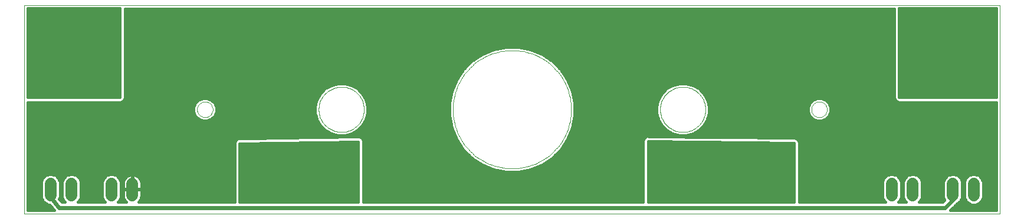
<source format=gbl>
G75*
G70*
%OFA0B0*%
%FSLAX24Y24*%
%IPPOS*%
%LPD*%
%AMOC8*
5,1,8,0,0,1.08239X$1,22.5*
%
%ADD10C,0.0000*%
%ADD11C,0.0660*%
%ADD12C,0.0160*%
%ADD13C,0.0317*%
%ADD14C,0.0100*%
%ADD15C,0.0356*%
%ADD16C,0.0240*%
D10*
X000377Y000280D02*
X055495Y000280D01*
X055495Y012091D01*
X000377Y012091D01*
X000377Y000280D01*
X010135Y006186D02*
X010137Y006227D01*
X010143Y006269D01*
X010152Y006309D01*
X010166Y006348D01*
X010183Y006386D01*
X010203Y006422D01*
X010227Y006456D01*
X010254Y006488D01*
X010284Y006517D01*
X010316Y006543D01*
X010351Y006566D01*
X010387Y006586D01*
X010425Y006602D01*
X010465Y006614D01*
X010506Y006623D01*
X010547Y006628D01*
X010588Y006629D01*
X010630Y006626D01*
X010671Y006619D01*
X010711Y006609D01*
X010750Y006594D01*
X010787Y006576D01*
X010823Y006555D01*
X010857Y006530D01*
X010888Y006503D01*
X010916Y006473D01*
X010941Y006440D01*
X010963Y006404D01*
X010982Y006367D01*
X010997Y006329D01*
X011009Y006289D01*
X011017Y006248D01*
X011021Y006207D01*
X011021Y006165D01*
X011017Y006124D01*
X011009Y006083D01*
X010997Y006043D01*
X010982Y006005D01*
X010963Y005968D01*
X010941Y005932D01*
X010916Y005899D01*
X010888Y005869D01*
X010857Y005842D01*
X010823Y005817D01*
X010787Y005796D01*
X010750Y005778D01*
X010711Y005763D01*
X010671Y005753D01*
X010630Y005746D01*
X010588Y005743D01*
X010547Y005744D01*
X010506Y005749D01*
X010465Y005758D01*
X010425Y005770D01*
X010387Y005786D01*
X010351Y005806D01*
X010316Y005829D01*
X010284Y005855D01*
X010254Y005884D01*
X010227Y005916D01*
X010203Y005950D01*
X010183Y005986D01*
X010166Y006024D01*
X010152Y006063D01*
X010143Y006103D01*
X010137Y006145D01*
X010135Y006186D01*
X017010Y006186D02*
X017012Y006257D01*
X017018Y006328D01*
X017028Y006399D01*
X017042Y006468D01*
X017059Y006537D01*
X017081Y006605D01*
X017106Y006672D01*
X017135Y006737D01*
X017167Y006800D01*
X017203Y006862D01*
X017242Y006921D01*
X017285Y006978D01*
X017330Y007033D01*
X017379Y007085D01*
X017430Y007134D01*
X017484Y007180D01*
X017541Y007224D01*
X017599Y007264D01*
X017660Y007300D01*
X017723Y007334D01*
X017788Y007363D01*
X017854Y007389D01*
X017922Y007412D01*
X017990Y007430D01*
X018060Y007445D01*
X018130Y007456D01*
X018201Y007463D01*
X018272Y007466D01*
X018343Y007465D01*
X018414Y007460D01*
X018485Y007451D01*
X018555Y007438D01*
X018624Y007422D01*
X018692Y007401D01*
X018759Y007377D01*
X018825Y007349D01*
X018888Y007317D01*
X018950Y007282D01*
X019010Y007244D01*
X019068Y007202D01*
X019123Y007158D01*
X019176Y007110D01*
X019226Y007059D01*
X019273Y007006D01*
X019317Y006950D01*
X019358Y006892D01*
X019396Y006831D01*
X019430Y006769D01*
X019460Y006704D01*
X019487Y006639D01*
X019511Y006571D01*
X019530Y006503D01*
X019546Y006434D01*
X019558Y006363D01*
X019566Y006293D01*
X019570Y006222D01*
X019570Y006150D01*
X019566Y006079D01*
X019558Y006009D01*
X019546Y005938D01*
X019530Y005869D01*
X019511Y005801D01*
X019487Y005733D01*
X019460Y005668D01*
X019430Y005603D01*
X019396Y005541D01*
X019358Y005480D01*
X019317Y005422D01*
X019273Y005366D01*
X019226Y005313D01*
X019176Y005262D01*
X019123Y005214D01*
X019068Y005170D01*
X019010Y005128D01*
X018950Y005090D01*
X018888Y005055D01*
X018825Y005023D01*
X018759Y004995D01*
X018692Y004971D01*
X018624Y004950D01*
X018555Y004934D01*
X018485Y004921D01*
X018414Y004912D01*
X018343Y004907D01*
X018272Y004906D01*
X018201Y004909D01*
X018130Y004916D01*
X018060Y004927D01*
X017990Y004942D01*
X017922Y004960D01*
X017854Y004983D01*
X017788Y005009D01*
X017723Y005038D01*
X017660Y005072D01*
X017599Y005108D01*
X017541Y005148D01*
X017484Y005192D01*
X017430Y005238D01*
X017379Y005287D01*
X017330Y005339D01*
X017285Y005394D01*
X017242Y005451D01*
X017203Y005510D01*
X017167Y005572D01*
X017135Y005635D01*
X017106Y005700D01*
X017081Y005767D01*
X017059Y005835D01*
X017042Y005904D01*
X017028Y005973D01*
X017018Y006044D01*
X017012Y006115D01*
X017010Y006186D01*
X024590Y006186D02*
X024594Y006350D01*
X024606Y006514D01*
X024626Y006677D01*
X024654Y006839D01*
X024690Y006999D01*
X024734Y007157D01*
X024786Y007313D01*
X024845Y007466D01*
X024911Y007617D01*
X024985Y007763D01*
X025066Y007906D01*
X025154Y008045D01*
X025248Y008179D01*
X025350Y008309D01*
X025457Y008433D01*
X025570Y008552D01*
X025689Y008665D01*
X025813Y008772D01*
X025943Y008874D01*
X026077Y008968D01*
X026216Y009056D01*
X026359Y009137D01*
X026505Y009211D01*
X026656Y009277D01*
X026809Y009336D01*
X026965Y009388D01*
X027123Y009432D01*
X027283Y009468D01*
X027445Y009496D01*
X027608Y009516D01*
X027772Y009528D01*
X027936Y009532D01*
X028100Y009528D01*
X028264Y009516D01*
X028427Y009496D01*
X028589Y009468D01*
X028749Y009432D01*
X028907Y009388D01*
X029063Y009336D01*
X029216Y009277D01*
X029367Y009211D01*
X029513Y009137D01*
X029656Y009056D01*
X029795Y008968D01*
X029929Y008874D01*
X030059Y008772D01*
X030183Y008665D01*
X030302Y008552D01*
X030415Y008433D01*
X030522Y008309D01*
X030624Y008179D01*
X030718Y008045D01*
X030806Y007906D01*
X030887Y007763D01*
X030961Y007617D01*
X031027Y007466D01*
X031086Y007313D01*
X031138Y007157D01*
X031182Y006999D01*
X031218Y006839D01*
X031246Y006677D01*
X031266Y006514D01*
X031278Y006350D01*
X031282Y006186D01*
X031278Y006022D01*
X031266Y005858D01*
X031246Y005695D01*
X031218Y005533D01*
X031182Y005373D01*
X031138Y005215D01*
X031086Y005059D01*
X031027Y004906D01*
X030961Y004755D01*
X030887Y004609D01*
X030806Y004466D01*
X030718Y004327D01*
X030624Y004193D01*
X030522Y004063D01*
X030415Y003939D01*
X030302Y003820D01*
X030183Y003707D01*
X030059Y003600D01*
X029929Y003498D01*
X029795Y003404D01*
X029656Y003316D01*
X029513Y003235D01*
X029367Y003161D01*
X029216Y003095D01*
X029063Y003036D01*
X028907Y002984D01*
X028749Y002940D01*
X028589Y002904D01*
X028427Y002876D01*
X028264Y002856D01*
X028100Y002844D01*
X027936Y002840D01*
X027772Y002844D01*
X027608Y002856D01*
X027445Y002876D01*
X027283Y002904D01*
X027123Y002940D01*
X026965Y002984D01*
X026809Y003036D01*
X026656Y003095D01*
X026505Y003161D01*
X026359Y003235D01*
X026216Y003316D01*
X026077Y003404D01*
X025943Y003498D01*
X025813Y003600D01*
X025689Y003707D01*
X025570Y003820D01*
X025457Y003939D01*
X025350Y004063D01*
X025248Y004193D01*
X025154Y004327D01*
X025066Y004466D01*
X024985Y004609D01*
X024911Y004755D01*
X024845Y004906D01*
X024786Y005059D01*
X024734Y005215D01*
X024690Y005373D01*
X024654Y005533D01*
X024626Y005695D01*
X024606Y005858D01*
X024594Y006022D01*
X024590Y006186D01*
X036302Y006186D02*
X036304Y006257D01*
X036310Y006328D01*
X036320Y006399D01*
X036334Y006468D01*
X036351Y006537D01*
X036373Y006605D01*
X036398Y006672D01*
X036427Y006737D01*
X036459Y006800D01*
X036495Y006862D01*
X036534Y006921D01*
X036577Y006978D01*
X036622Y007033D01*
X036671Y007085D01*
X036722Y007134D01*
X036776Y007180D01*
X036833Y007224D01*
X036891Y007264D01*
X036952Y007300D01*
X037015Y007334D01*
X037080Y007363D01*
X037146Y007389D01*
X037214Y007412D01*
X037282Y007430D01*
X037352Y007445D01*
X037422Y007456D01*
X037493Y007463D01*
X037564Y007466D01*
X037635Y007465D01*
X037706Y007460D01*
X037777Y007451D01*
X037847Y007438D01*
X037916Y007422D01*
X037984Y007401D01*
X038051Y007377D01*
X038117Y007349D01*
X038180Y007317D01*
X038242Y007282D01*
X038302Y007244D01*
X038360Y007202D01*
X038415Y007158D01*
X038468Y007110D01*
X038518Y007059D01*
X038565Y007006D01*
X038609Y006950D01*
X038650Y006892D01*
X038688Y006831D01*
X038722Y006769D01*
X038752Y006704D01*
X038779Y006639D01*
X038803Y006571D01*
X038822Y006503D01*
X038838Y006434D01*
X038850Y006363D01*
X038858Y006293D01*
X038862Y006222D01*
X038862Y006150D01*
X038858Y006079D01*
X038850Y006009D01*
X038838Y005938D01*
X038822Y005869D01*
X038803Y005801D01*
X038779Y005733D01*
X038752Y005668D01*
X038722Y005603D01*
X038688Y005541D01*
X038650Y005480D01*
X038609Y005422D01*
X038565Y005366D01*
X038518Y005313D01*
X038468Y005262D01*
X038415Y005214D01*
X038360Y005170D01*
X038302Y005128D01*
X038242Y005090D01*
X038180Y005055D01*
X038117Y005023D01*
X038051Y004995D01*
X037984Y004971D01*
X037916Y004950D01*
X037847Y004934D01*
X037777Y004921D01*
X037706Y004912D01*
X037635Y004907D01*
X037564Y004906D01*
X037493Y004909D01*
X037422Y004916D01*
X037352Y004927D01*
X037282Y004942D01*
X037214Y004960D01*
X037146Y004983D01*
X037080Y005009D01*
X037015Y005038D01*
X036952Y005072D01*
X036891Y005108D01*
X036833Y005148D01*
X036776Y005192D01*
X036722Y005238D01*
X036671Y005287D01*
X036622Y005339D01*
X036577Y005394D01*
X036534Y005451D01*
X036495Y005510D01*
X036459Y005572D01*
X036427Y005635D01*
X036398Y005700D01*
X036373Y005767D01*
X036351Y005835D01*
X036334Y005904D01*
X036320Y005973D01*
X036310Y006044D01*
X036304Y006115D01*
X036302Y006186D01*
X044851Y006186D02*
X044853Y006227D01*
X044859Y006269D01*
X044868Y006309D01*
X044882Y006348D01*
X044899Y006386D01*
X044919Y006422D01*
X044943Y006456D01*
X044970Y006488D01*
X045000Y006517D01*
X045032Y006543D01*
X045067Y006566D01*
X045103Y006586D01*
X045141Y006602D01*
X045181Y006614D01*
X045222Y006623D01*
X045263Y006628D01*
X045304Y006629D01*
X045346Y006626D01*
X045387Y006619D01*
X045427Y006609D01*
X045466Y006594D01*
X045503Y006576D01*
X045539Y006555D01*
X045573Y006530D01*
X045604Y006503D01*
X045632Y006473D01*
X045657Y006440D01*
X045679Y006404D01*
X045698Y006367D01*
X045713Y006329D01*
X045725Y006289D01*
X045733Y006248D01*
X045737Y006207D01*
X045737Y006165D01*
X045733Y006124D01*
X045725Y006083D01*
X045713Y006043D01*
X045698Y006005D01*
X045679Y005968D01*
X045657Y005932D01*
X045632Y005899D01*
X045604Y005869D01*
X045573Y005842D01*
X045539Y005817D01*
X045503Y005796D01*
X045466Y005778D01*
X045427Y005763D01*
X045387Y005753D01*
X045346Y005746D01*
X045304Y005743D01*
X045263Y005744D01*
X045222Y005749D01*
X045181Y005758D01*
X045141Y005770D01*
X045103Y005786D01*
X045067Y005806D01*
X045032Y005829D01*
X045000Y005855D01*
X044970Y005884D01*
X044943Y005916D01*
X044919Y005950D01*
X044899Y005986D01*
X044882Y006024D01*
X044868Y006063D01*
X044859Y006103D01*
X044853Y006145D01*
X044851Y006186D01*
D11*
X049393Y001988D02*
X049393Y001328D01*
X050574Y001328D02*
X050574Y001988D01*
X052837Y001988D02*
X052837Y001328D01*
X054019Y001328D02*
X054019Y001988D01*
X006479Y001988D02*
X006479Y001328D01*
X005298Y001328D02*
X005298Y001988D01*
X003034Y001988D02*
X003034Y001328D01*
X001853Y001328D02*
X001853Y001988D01*
D12*
X001360Y002182D02*
X000577Y002182D01*
X000577Y002024D02*
X001323Y002024D01*
X001323Y002093D02*
X001323Y001223D01*
X001404Y001028D01*
X001553Y000879D01*
X001748Y000798D01*
X001784Y000798D01*
X002049Y000480D01*
X000577Y000480D01*
X000577Y006600D01*
X005836Y006600D01*
X005939Y006643D01*
X006017Y006721D01*
X006060Y006824D01*
X006060Y011891D01*
X049531Y011891D01*
X049531Y006824D01*
X049574Y006721D01*
X049653Y006643D01*
X049756Y006600D01*
X055295Y006600D01*
X055295Y000480D01*
X052703Y000480D01*
X053019Y000796D01*
X053076Y000853D01*
X053138Y000879D01*
X053287Y001028D01*
X053367Y001223D01*
X053367Y002093D01*
X053287Y002288D01*
X053138Y002437D01*
X052943Y002518D01*
X052732Y002518D01*
X052537Y002437D01*
X052388Y002288D01*
X052307Y002093D01*
X052307Y001223D01*
X052376Y001058D01*
X052262Y000944D01*
X050940Y000944D01*
X051023Y001028D01*
X051104Y001223D01*
X051104Y002093D01*
X051023Y002288D01*
X050874Y002437D01*
X050679Y002518D01*
X050468Y002518D01*
X050273Y002437D01*
X050124Y002288D01*
X050044Y002093D01*
X050044Y001223D01*
X050124Y001028D01*
X050208Y000944D01*
X049759Y000944D01*
X049842Y001028D01*
X049923Y001223D01*
X049923Y002093D01*
X049842Y002288D01*
X049693Y002437D01*
X049498Y002518D01*
X049287Y002518D01*
X049092Y002437D01*
X048943Y002288D01*
X048863Y002093D01*
X048863Y001223D01*
X048943Y001028D01*
X049027Y000944D01*
X044160Y000944D01*
X044160Y004288D01*
X044161Y004342D01*
X044160Y004343D01*
X044160Y004345D01*
X044139Y004395D01*
X044119Y004445D01*
X044118Y004446D01*
X044117Y004448D01*
X044079Y004486D01*
X044041Y004525D01*
X044040Y004526D01*
X044039Y004527D01*
X043989Y004547D01*
X043939Y004569D01*
X043937Y004569D01*
X043936Y004569D01*
X043882Y004569D01*
X035677Y004667D01*
X035675Y004668D01*
X035621Y004668D01*
X035567Y004669D01*
X035565Y004668D01*
X035564Y004668D01*
X035514Y004647D01*
X035464Y004627D01*
X035462Y004626D01*
X035461Y004625D01*
X035423Y004587D01*
X035384Y004549D01*
X035383Y004548D01*
X035382Y004546D01*
X035361Y004497D01*
X035340Y004447D01*
X035340Y004445D01*
X035339Y004444D01*
X035339Y004390D01*
X035339Y004336D01*
X035339Y004334D01*
X035339Y000944D01*
X019528Y000944D01*
X019528Y004338D01*
X019529Y004340D01*
X019528Y004388D01*
X019528Y004436D01*
X019528Y004438D01*
X019528Y004440D01*
X019509Y004484D01*
X019490Y004528D01*
X019489Y004529D01*
X019488Y004531D01*
X019454Y004564D01*
X019420Y004598D01*
X019418Y004599D01*
X019417Y004600D01*
X019372Y004618D01*
X019328Y004636D01*
X019326Y004636D01*
X019325Y004637D01*
X019277Y004636D01*
X019229Y004636D01*
X019227Y004636D01*
X012508Y004538D01*
X012460Y004538D01*
X012458Y004537D01*
X012457Y004537D01*
X012413Y004518D01*
X012368Y004500D01*
X012367Y004498D01*
X012365Y004498D01*
X012332Y004463D01*
X012298Y004429D01*
X012297Y004428D01*
X012296Y004426D01*
X012278Y004382D01*
X012260Y004338D01*
X012260Y004336D01*
X012259Y004334D01*
X012260Y004286D01*
X012260Y000944D01*
X006817Y000944D01*
X006868Y000996D01*
X006915Y001061D01*
X006952Y001132D01*
X006977Y001209D01*
X006989Y001288D01*
X006989Y001640D01*
X006498Y001640D01*
X006498Y001676D01*
X006989Y001676D01*
X006989Y002028D01*
X006977Y002107D01*
X006952Y002184D01*
X006915Y002255D01*
X006868Y002320D01*
X006811Y002377D01*
X006747Y002424D01*
X006675Y002461D01*
X006599Y002485D01*
X006519Y002498D01*
X006498Y002498D01*
X006498Y001676D01*
X006461Y001676D01*
X006461Y001640D01*
X005969Y001640D01*
X005969Y001288D01*
X005982Y001209D01*
X006007Y001132D01*
X006043Y001061D01*
X006090Y000996D01*
X006141Y000944D01*
X005664Y000944D01*
X005747Y001028D01*
X005828Y001223D01*
X005828Y002093D01*
X005747Y002288D01*
X005598Y002437D01*
X005404Y002518D01*
X005193Y002518D01*
X004998Y002437D01*
X004849Y002288D01*
X004768Y002093D01*
X004768Y001223D01*
X004849Y001028D01*
X004932Y000944D01*
X003400Y000944D01*
X003484Y001028D01*
X003564Y001223D01*
X003564Y002093D01*
X003484Y002288D01*
X003335Y002437D01*
X003140Y002518D01*
X002929Y002518D01*
X002734Y002437D01*
X002585Y002288D01*
X002504Y002093D01*
X002504Y001223D01*
X002585Y001028D01*
X002668Y000944D01*
X002495Y000944D01*
X002343Y001127D01*
X002383Y001223D01*
X002383Y002093D01*
X002303Y002288D01*
X002153Y002437D01*
X001959Y002518D01*
X001748Y002518D01*
X001553Y002437D01*
X001404Y002288D01*
X001323Y002093D01*
X001323Y001865D02*
X000577Y001865D01*
X000577Y001707D02*
X001323Y001707D01*
X001323Y001548D02*
X000577Y001548D01*
X000577Y001390D02*
X001323Y001390D01*
X001323Y001231D02*
X000577Y001231D01*
X000577Y001073D02*
X001385Y001073D01*
X001518Y000914D02*
X000577Y000914D01*
X000577Y000756D02*
X001820Y000756D01*
X001952Y000597D02*
X000577Y000597D01*
X002389Y001073D02*
X002566Y001073D01*
X002504Y001231D02*
X002383Y001231D01*
X002383Y001390D02*
X002504Y001390D01*
X002504Y001548D02*
X002383Y001548D01*
X002383Y001707D02*
X002504Y001707D01*
X002504Y001865D02*
X002383Y001865D01*
X002383Y002024D02*
X002504Y002024D01*
X002541Y002182D02*
X002347Y002182D01*
X002250Y002341D02*
X002637Y002341D01*
X002883Y002499D02*
X002004Y002499D01*
X001702Y002499D02*
X000577Y002499D01*
X000577Y002341D02*
X001456Y002341D01*
X000577Y002658D02*
X012260Y002658D01*
X012260Y002816D02*
X000577Y002816D01*
X000577Y002975D02*
X012260Y002975D01*
X012260Y003133D02*
X000577Y003133D01*
X000577Y003292D02*
X012260Y003292D01*
X012260Y003450D02*
X000577Y003450D01*
X000577Y003609D02*
X012260Y003609D01*
X012260Y003767D02*
X000577Y003767D01*
X000577Y003926D02*
X012260Y003926D01*
X012260Y004084D02*
X000577Y004084D01*
X000577Y004243D02*
X012260Y004243D01*
X012286Y004401D02*
X000577Y004401D01*
X000577Y004560D02*
X013996Y004560D01*
X017190Y005194D02*
X000577Y005194D01*
X000577Y005352D02*
X017063Y005352D01*
X017106Y005277D02*
X017382Y005002D01*
X017719Y004807D01*
X018095Y004706D01*
X018485Y004706D01*
X018861Y004807D01*
X019199Y005002D01*
X019474Y005277D01*
X019669Y005614D01*
X019770Y005991D01*
X019770Y006380D01*
X019669Y006757D01*
X019474Y007094D01*
X019199Y007369D01*
X018861Y007564D01*
X018485Y007665D01*
X018095Y007665D01*
X017719Y007564D01*
X017382Y007369D01*
X017106Y007094D01*
X016912Y006757D01*
X016811Y006380D01*
X016811Y005991D01*
X016912Y005614D01*
X017106Y005277D01*
X016972Y005511D02*
X000577Y005511D01*
X000577Y005669D02*
X010185Y005669D01*
X010213Y005640D02*
X010033Y005821D01*
X009935Y006058D01*
X009935Y006313D01*
X010033Y006550D01*
X010213Y006731D01*
X010450Y006828D01*
X010706Y006828D01*
X010942Y006731D01*
X011123Y006550D01*
X011221Y006313D01*
X011221Y006058D01*
X011123Y005821D01*
X010942Y005640D01*
X010706Y005543D01*
X010450Y005543D01*
X010213Y005640D01*
X010970Y005669D02*
X016897Y005669D01*
X016854Y005828D02*
X011125Y005828D01*
X011191Y005986D02*
X016812Y005986D01*
X016811Y006145D02*
X011221Y006145D01*
X011221Y006303D02*
X016811Y006303D01*
X016832Y006462D02*
X011159Y006462D01*
X011052Y006620D02*
X016875Y006620D01*
X016924Y006779D02*
X010826Y006779D01*
X010329Y006779D02*
X006041Y006779D01*
X006060Y006937D02*
X017016Y006937D01*
X017108Y007096D02*
X006060Y007096D01*
X005780Y007096D02*
X000557Y007096D01*
X000557Y006937D02*
X005780Y006937D01*
X005780Y006880D02*
X005780Y011911D01*
X000557Y011911D01*
X000557Y006880D01*
X005780Y006880D01*
X005884Y006620D02*
X010103Y006620D01*
X009996Y006462D02*
X000577Y006462D01*
X000577Y006303D02*
X009935Y006303D01*
X009935Y006145D02*
X000577Y006145D01*
X000577Y005986D02*
X009964Y005986D01*
X010030Y005828D02*
X000577Y005828D01*
X000577Y005035D02*
X017348Y005035D01*
X017598Y004877D02*
X000577Y004877D01*
X000577Y004718D02*
X018051Y004718D01*
X018530Y004718D02*
X024705Y004718D01*
X024639Y004877D02*
X018982Y004877D01*
X019232Y005035D02*
X024574Y005035D01*
X024526Y005151D02*
X024793Y004506D01*
X025181Y003925D01*
X025675Y003431D01*
X026256Y003043D01*
X026901Y002775D01*
X027587Y002639D01*
X028285Y002639D01*
X028970Y002775D01*
X029616Y003043D01*
X030197Y003431D01*
X030691Y003925D01*
X031079Y004506D01*
X031346Y005151D01*
X031482Y005836D01*
X031482Y006535D01*
X031346Y007220D01*
X031079Y007865D01*
X030691Y008446D01*
X030197Y008940D01*
X029616Y009328D01*
X028970Y009596D01*
X028285Y009732D01*
X027587Y009732D01*
X026901Y009596D01*
X026256Y009328D01*
X025675Y008940D01*
X025181Y008446D01*
X024793Y007865D01*
X024526Y007220D01*
X024389Y006535D01*
X024389Y005836D01*
X024526Y005151D01*
X024517Y005194D02*
X019391Y005194D01*
X019517Y005352D02*
X024486Y005352D01*
X024454Y005511D02*
X019609Y005511D01*
X019684Y005669D02*
X024423Y005669D01*
X024391Y005828D02*
X019726Y005828D01*
X019768Y005986D02*
X024389Y005986D01*
X024389Y006145D02*
X019770Y006145D01*
X019770Y006303D02*
X024389Y006303D01*
X024389Y006462D02*
X019748Y006462D01*
X019706Y006620D02*
X024406Y006620D01*
X024438Y006779D02*
X019656Y006779D01*
X019565Y006937D02*
X024469Y006937D01*
X024501Y007096D02*
X019473Y007096D01*
X019314Y007254D02*
X024540Y007254D01*
X024605Y007413D02*
X019124Y007413D01*
X018836Y007571D02*
X024671Y007571D01*
X024737Y007730D02*
X006060Y007730D01*
X006060Y007571D02*
X017745Y007571D01*
X017456Y007413D02*
X006060Y007413D01*
X006060Y007254D02*
X017266Y007254D01*
X024808Y007888D02*
X006060Y007888D01*
X006060Y008047D02*
X024914Y008047D01*
X025020Y008205D02*
X006060Y008205D01*
X005780Y008205D02*
X000557Y008205D01*
X000557Y008047D02*
X005780Y008047D01*
X005780Y007888D02*
X000557Y007888D01*
X000557Y007730D02*
X005780Y007730D01*
X005780Y007571D02*
X000557Y007571D01*
X000557Y007413D02*
X005780Y007413D01*
X005780Y007254D02*
X000557Y007254D01*
X000557Y008364D02*
X005780Y008364D01*
X005780Y008522D02*
X000557Y008522D01*
X000557Y008681D02*
X005780Y008681D01*
X006060Y008681D02*
X025415Y008681D01*
X025257Y008522D02*
X006060Y008522D01*
X006060Y008364D02*
X025126Y008364D01*
X025574Y008839D02*
X006060Y008839D01*
X006060Y008998D02*
X025761Y008998D01*
X025998Y009156D02*
X006060Y009156D01*
X006060Y009315D02*
X026235Y009315D01*
X026605Y009473D02*
X006060Y009473D01*
X006060Y009632D02*
X027082Y009632D01*
X028790Y009632D02*
X049531Y009632D01*
X049531Y009790D02*
X006060Y009790D01*
X005780Y009790D02*
X000557Y009790D01*
X000557Y009632D02*
X005780Y009632D01*
X005780Y009473D02*
X000557Y009473D01*
X000557Y009315D02*
X005780Y009315D01*
X005780Y009156D02*
X000557Y009156D01*
X000557Y008998D02*
X005780Y008998D01*
X005780Y008839D02*
X000557Y008839D01*
X000557Y009949D02*
X005780Y009949D01*
X005780Y010107D02*
X000557Y010107D01*
X000557Y010266D02*
X005780Y010266D01*
X005780Y010424D02*
X000557Y010424D01*
X000557Y010583D02*
X005780Y010583D01*
X005780Y010741D02*
X000557Y010741D01*
X000557Y010900D02*
X005780Y010900D01*
X006060Y010900D02*
X049531Y010900D01*
X049531Y010741D02*
X006060Y010741D01*
X006060Y010583D02*
X049531Y010583D01*
X049811Y010583D02*
X055315Y010583D01*
X055315Y010741D02*
X049811Y010741D01*
X049811Y010900D02*
X055315Y010900D01*
X055315Y011058D02*
X049811Y011058D01*
X049811Y011217D02*
X055315Y011217D01*
X055315Y011375D02*
X049811Y011375D01*
X049811Y011534D02*
X055315Y011534D01*
X055315Y011692D02*
X049811Y011692D01*
X049811Y011851D02*
X055315Y011851D01*
X055315Y011911D02*
X055315Y006880D01*
X049811Y006880D01*
X049811Y011911D01*
X055315Y011911D01*
X049531Y011851D02*
X006060Y011851D01*
X006060Y011692D02*
X049531Y011692D01*
X049531Y011534D02*
X006060Y011534D01*
X006060Y011375D02*
X049531Y011375D01*
X049531Y011217D02*
X006060Y011217D01*
X006060Y011058D02*
X049531Y011058D01*
X049531Y010424D02*
X006060Y010424D01*
X006060Y010266D02*
X049531Y010266D01*
X049531Y010107D02*
X006060Y010107D01*
X006060Y009949D02*
X049531Y009949D01*
X049811Y009949D02*
X055315Y009949D01*
X055315Y010107D02*
X049811Y010107D01*
X049811Y010266D02*
X055315Y010266D01*
X055315Y010424D02*
X049811Y010424D01*
X049811Y009790D02*
X055315Y009790D01*
X055315Y009632D02*
X049811Y009632D01*
X049811Y009473D02*
X055315Y009473D01*
X055315Y009315D02*
X049811Y009315D01*
X049811Y009156D02*
X055315Y009156D01*
X055315Y008998D02*
X049811Y008998D01*
X049811Y008839D02*
X055315Y008839D01*
X055315Y008681D02*
X049811Y008681D01*
X049811Y008522D02*
X055315Y008522D01*
X055315Y008364D02*
X049811Y008364D01*
X049531Y008364D02*
X030746Y008364D01*
X030615Y008522D02*
X049531Y008522D01*
X049531Y008681D02*
X030456Y008681D01*
X030298Y008839D02*
X049531Y008839D01*
X049531Y008998D02*
X030111Y008998D01*
X029874Y009156D02*
X049531Y009156D01*
X049531Y009315D02*
X029636Y009315D01*
X029267Y009473D02*
X049531Y009473D01*
X049531Y008205D02*
X030852Y008205D01*
X030958Y008047D02*
X049531Y008047D01*
X049531Y007888D02*
X031064Y007888D01*
X031135Y007730D02*
X049531Y007730D01*
X049531Y007571D02*
X038127Y007571D01*
X038153Y007564D02*
X037776Y007665D01*
X037387Y007665D01*
X037010Y007564D01*
X036673Y007369D01*
X036398Y007094D01*
X036203Y006757D01*
X036102Y006380D01*
X036102Y005991D01*
X036203Y005614D01*
X036398Y005277D01*
X036673Y005002D01*
X037010Y004807D01*
X037387Y004706D01*
X037776Y004706D01*
X038153Y004807D01*
X038490Y005002D01*
X038765Y005277D01*
X038960Y005614D01*
X039061Y005991D01*
X039061Y006380D01*
X038960Y006757D01*
X038765Y007094D01*
X038490Y007369D01*
X038153Y007564D01*
X038415Y007413D02*
X049531Y007413D01*
X049531Y007254D02*
X038605Y007254D01*
X038764Y007096D02*
X049531Y007096D01*
X049531Y006937D02*
X038856Y006937D01*
X038948Y006779D02*
X045046Y006779D01*
X044930Y006731D02*
X045166Y006828D01*
X045422Y006828D01*
X045658Y006731D01*
X045839Y006550D01*
X045937Y006313D01*
X045937Y006058D01*
X045839Y005821D01*
X045658Y005640D01*
X045422Y005543D01*
X045166Y005543D01*
X044930Y005640D01*
X044749Y005821D01*
X044651Y006058D01*
X044651Y006313D01*
X044749Y006550D01*
X044930Y006731D01*
X044819Y006620D02*
X038997Y006620D01*
X039039Y006462D02*
X044713Y006462D01*
X044651Y006303D02*
X039061Y006303D01*
X039061Y006145D02*
X044651Y006145D01*
X044681Y005986D02*
X039060Y005986D01*
X039017Y005828D02*
X044747Y005828D01*
X044901Y005669D02*
X038975Y005669D01*
X038900Y005511D02*
X055295Y005511D01*
X055295Y005352D02*
X038809Y005352D01*
X038682Y005194D02*
X055295Y005194D01*
X055295Y005035D02*
X038523Y005035D01*
X038273Y004877D02*
X055295Y004877D01*
X055295Y004718D02*
X037821Y004718D01*
X037342Y004718D02*
X031167Y004718D01*
X031232Y004877D02*
X036890Y004877D01*
X036640Y005035D02*
X031298Y005035D01*
X031355Y005194D02*
X036481Y005194D01*
X036354Y005352D02*
X031386Y005352D01*
X031418Y005511D02*
X036263Y005511D01*
X036188Y005669D02*
X031449Y005669D01*
X031481Y005828D02*
X036146Y005828D01*
X036103Y005986D02*
X031482Y005986D01*
X031482Y006145D02*
X036102Y006145D01*
X036102Y006303D02*
X031482Y006303D01*
X031482Y006462D02*
X036124Y006462D01*
X036166Y006620D02*
X031465Y006620D01*
X031434Y006779D02*
X036216Y006779D01*
X036307Y006937D02*
X031402Y006937D01*
X031371Y007096D02*
X036399Y007096D01*
X036558Y007254D02*
X031332Y007254D01*
X031266Y007413D02*
X036748Y007413D01*
X037036Y007571D02*
X031201Y007571D01*
X031101Y004560D02*
X035394Y004560D01*
X035339Y004401D02*
X031009Y004401D01*
X030903Y004243D02*
X035339Y004243D01*
X035339Y004084D02*
X030797Y004084D01*
X030691Y003926D02*
X035339Y003926D01*
X035339Y003767D02*
X030533Y003767D01*
X030374Y003609D02*
X035339Y003609D01*
X035339Y003450D02*
X030216Y003450D01*
X029988Y003292D02*
X035339Y003292D01*
X035339Y003133D02*
X029751Y003133D01*
X029451Y002975D02*
X035339Y002975D01*
X035619Y002975D02*
X043880Y002975D01*
X043880Y003133D02*
X035619Y003133D01*
X035619Y003292D02*
X043880Y003292D01*
X044160Y003292D02*
X055295Y003292D01*
X055295Y003133D02*
X044160Y003133D01*
X044160Y002975D02*
X055295Y002975D01*
X055295Y002816D02*
X044160Y002816D01*
X044160Y002658D02*
X055295Y002658D01*
X055295Y002499D02*
X054170Y002499D01*
X054124Y002518D02*
X053913Y002518D01*
X053718Y002437D01*
X053569Y002288D01*
X053489Y002093D01*
X053489Y001223D01*
X053569Y001028D01*
X053718Y000879D01*
X053913Y000798D01*
X054124Y000798D01*
X054319Y000879D01*
X054468Y001028D01*
X054549Y001223D01*
X054549Y002093D01*
X054468Y002288D01*
X054319Y002437D01*
X054124Y002518D01*
X053867Y002499D02*
X052989Y002499D01*
X053234Y002341D02*
X053622Y002341D01*
X052686Y002499D02*
X050725Y002499D01*
X050971Y002341D02*
X052440Y002341D01*
X052344Y002182D02*
X051067Y002182D01*
X051104Y002024D02*
X052307Y002024D01*
X052307Y001865D02*
X051104Y001865D01*
X051104Y001707D02*
X052307Y001707D01*
X052307Y001548D02*
X051104Y001548D01*
X051104Y001390D02*
X052307Y001390D01*
X052307Y001231D02*
X051104Y001231D01*
X051042Y001073D02*
X052370Y001073D01*
X052978Y000756D02*
X055295Y000756D01*
X055295Y000914D02*
X054354Y000914D01*
X054486Y001073D02*
X055295Y001073D01*
X055295Y001231D02*
X054549Y001231D01*
X054549Y001390D02*
X055295Y001390D01*
X055295Y001548D02*
X054549Y001548D01*
X054549Y001707D02*
X055295Y001707D01*
X055295Y001865D02*
X054549Y001865D01*
X054549Y002024D02*
X055295Y002024D01*
X055295Y002182D02*
X054512Y002182D01*
X054416Y002341D02*
X055295Y002341D01*
X053525Y002182D02*
X053331Y002182D01*
X053367Y002024D02*
X053489Y002024D01*
X053489Y001865D02*
X053367Y001865D01*
X053367Y001707D02*
X053489Y001707D01*
X053489Y001548D02*
X053367Y001548D01*
X053367Y001390D02*
X053489Y001390D01*
X053489Y001231D02*
X053367Y001231D01*
X053305Y001073D02*
X053551Y001073D01*
X053683Y000914D02*
X053173Y000914D01*
X052820Y000597D02*
X055295Y000597D01*
X050106Y001073D02*
X049860Y001073D01*
X049923Y001231D02*
X050044Y001231D01*
X050044Y001390D02*
X049923Y001390D01*
X049923Y001548D02*
X050044Y001548D01*
X050044Y001707D02*
X049923Y001707D01*
X049923Y001865D02*
X050044Y001865D01*
X050044Y002024D02*
X049923Y002024D01*
X049886Y002182D02*
X050080Y002182D01*
X050177Y002341D02*
X049790Y002341D01*
X049544Y002499D02*
X050423Y002499D01*
X049241Y002499D02*
X044160Y002499D01*
X044160Y002341D02*
X048996Y002341D01*
X048899Y002182D02*
X044160Y002182D01*
X044160Y002024D02*
X048863Y002024D01*
X048863Y001865D02*
X044160Y001865D01*
X043880Y001865D02*
X035619Y001865D01*
X035619Y002024D02*
X043880Y002024D01*
X043880Y002182D02*
X035619Y002182D01*
X035339Y002182D02*
X019528Y002182D01*
X019528Y002024D02*
X035339Y002024D01*
X035339Y001865D02*
X019528Y001865D01*
X019528Y001707D02*
X035339Y001707D01*
X035339Y001548D02*
X019528Y001548D01*
X019528Y001390D02*
X035339Y001390D01*
X035339Y001231D02*
X019528Y001231D01*
X019528Y001073D02*
X035339Y001073D01*
X035619Y001073D02*
X043880Y001073D01*
X043880Y000944D02*
X035619Y000944D01*
X035619Y004388D01*
X043880Y004289D01*
X043880Y000944D01*
X044160Y001073D02*
X048925Y001073D01*
X048863Y001231D02*
X044160Y001231D01*
X044160Y001390D02*
X048863Y001390D01*
X048863Y001548D02*
X044160Y001548D01*
X044160Y001707D02*
X048863Y001707D01*
X043880Y001707D02*
X035619Y001707D01*
X035619Y001548D02*
X043880Y001548D01*
X043880Y001390D02*
X035619Y001390D01*
X035619Y001231D02*
X043880Y001231D01*
X043880Y002341D02*
X035619Y002341D01*
X035619Y002499D02*
X043880Y002499D01*
X043880Y002658D02*
X035619Y002658D01*
X035619Y002816D02*
X043880Y002816D01*
X043880Y003450D02*
X035619Y003450D01*
X035619Y003609D02*
X043880Y003609D01*
X043880Y003767D02*
X035619Y003767D01*
X035619Y003926D02*
X043880Y003926D01*
X044160Y003926D02*
X055295Y003926D01*
X055295Y003767D02*
X044160Y003767D01*
X044160Y003609D02*
X055295Y003609D01*
X055295Y003450D02*
X044160Y003450D01*
X044160Y004084D02*
X055295Y004084D01*
X055295Y004243D02*
X044160Y004243D01*
X044137Y004401D02*
X055295Y004401D01*
X055295Y004560D02*
X043961Y004560D01*
X043880Y004243D02*
X035619Y004243D01*
X035619Y004084D02*
X043880Y004084D01*
X045687Y005669D02*
X055295Y005669D01*
X055295Y005828D02*
X045842Y005828D01*
X045907Y005986D02*
X055295Y005986D01*
X055295Y006145D02*
X045937Y006145D01*
X045937Y006303D02*
X055295Y006303D01*
X055295Y006462D02*
X045876Y006462D01*
X045769Y006620D02*
X049707Y006620D01*
X049550Y006779D02*
X045543Y006779D01*
X049811Y006937D02*
X055315Y006937D01*
X055315Y007096D02*
X049811Y007096D01*
X049811Y007254D02*
X055315Y007254D01*
X055315Y007413D02*
X049811Y007413D01*
X049811Y007571D02*
X055315Y007571D01*
X055315Y007730D02*
X049811Y007730D01*
X049811Y007888D02*
X055315Y007888D01*
X055315Y008047D02*
X049811Y008047D01*
X049811Y008205D02*
X055315Y008205D01*
X035339Y002816D02*
X029069Y002816D01*
X028378Y002658D02*
X035339Y002658D01*
X035339Y002499D02*
X019528Y002499D01*
X019528Y002341D02*
X035339Y002341D01*
X027494Y002658D02*
X019528Y002658D01*
X019528Y002816D02*
X026803Y002816D01*
X026421Y002975D02*
X019528Y002975D01*
X019528Y003133D02*
X026121Y003133D01*
X025884Y003292D02*
X019528Y003292D01*
X019528Y003450D02*
X025656Y003450D01*
X025497Y003609D02*
X019528Y003609D01*
X019528Y003767D02*
X025339Y003767D01*
X025181Y003926D02*
X019528Y003926D01*
X019528Y004084D02*
X025075Y004084D01*
X024969Y004243D02*
X019528Y004243D01*
X019528Y004401D02*
X024863Y004401D01*
X024771Y004560D02*
X019459Y004560D01*
X012260Y002499D02*
X005449Y002499D01*
X005695Y002341D02*
X006111Y002341D01*
X006090Y002320D02*
X006043Y002255D01*
X006007Y002184D01*
X005982Y002107D01*
X005969Y002028D01*
X005969Y001676D01*
X006461Y001676D01*
X006461Y002498D01*
X006439Y002498D01*
X006360Y002485D01*
X006283Y002461D01*
X006212Y002424D01*
X006147Y002377D01*
X006090Y002320D01*
X006006Y002182D02*
X005791Y002182D01*
X005828Y002024D02*
X005969Y002024D01*
X005969Y001865D02*
X005828Y001865D01*
X006461Y001865D02*
X006498Y001865D01*
X006498Y002024D02*
X006461Y002024D01*
X006461Y002182D02*
X006498Y002182D01*
X006952Y002182D02*
X012260Y002182D01*
X012260Y002024D02*
X006989Y002024D01*
X006989Y001865D02*
X012260Y001865D01*
X012260Y001707D02*
X006989Y001707D01*
X006989Y001548D02*
X012260Y001548D01*
X012260Y001390D02*
X006989Y001390D01*
X006980Y001231D02*
X012260Y001231D01*
X012260Y001073D02*
X006921Y001073D01*
X006037Y001073D02*
X005766Y001073D01*
X005828Y001231D02*
X005978Y001231D01*
X005969Y001390D02*
X005828Y001390D01*
X005828Y001548D02*
X005969Y001548D01*
X005969Y001707D02*
X005828Y001707D01*
X006461Y001707D02*
X006498Y001707D01*
X004768Y001707D02*
X003564Y001707D01*
X003564Y001548D02*
X004768Y001548D01*
X004768Y001390D02*
X003564Y001390D01*
X003564Y001231D02*
X004768Y001231D01*
X004830Y001073D02*
X003502Y001073D01*
X003564Y001865D02*
X004768Y001865D01*
X004768Y002024D02*
X003564Y002024D01*
X003528Y002182D02*
X004805Y002182D01*
X004901Y002341D02*
X003431Y002341D01*
X003185Y002499D02*
X005147Y002499D01*
X006461Y002341D02*
X006498Y002341D01*
X006848Y002341D02*
X012260Y002341D01*
X005780Y011058D02*
X000557Y011058D01*
X000557Y011217D02*
X005780Y011217D01*
X005780Y011375D02*
X000557Y011375D01*
X000557Y011534D02*
X005780Y011534D01*
X005780Y011692D02*
X000557Y011692D01*
X000557Y011851D02*
X005780Y011851D01*
D13*
X008251Y010516D03*
X007380Y009080D03*
X007030Y009080D03*
X007030Y008680D03*
X007380Y008680D03*
X008271Y007794D03*
X009826Y007367D03*
X001086Y006022D03*
X006795Y004743D03*
X005023Y004152D03*
X011716Y003365D03*
X011716Y004939D03*
X020279Y001888D03*
X011815Y001495D03*
X034748Y001593D03*
X044787Y001298D03*
X047838Y003955D03*
X050889Y004939D03*
X047740Y005530D03*
X050594Y006416D03*
X045378Y007991D03*
X046911Y008930D03*
X047261Y008930D03*
X047261Y009380D03*
X046911Y009380D03*
X045378Y009861D03*
X039964Y005924D03*
X041637Y005825D03*
D14*
X019278Y004386D02*
X019278Y000914D01*
X012510Y000914D01*
X012510Y004288D01*
X019278Y004386D01*
X019278Y004319D02*
X014617Y004319D01*
X012510Y004220D02*
X019278Y004220D01*
X019278Y004122D02*
X012510Y004122D01*
X012510Y004023D02*
X019278Y004023D01*
X019278Y003925D02*
X012510Y003925D01*
X012510Y003826D02*
X019278Y003826D01*
X019278Y003728D02*
X012510Y003728D01*
X012510Y003629D02*
X019278Y003629D01*
X019278Y003531D02*
X012510Y003531D01*
X012510Y003432D02*
X019278Y003432D01*
X019278Y003334D02*
X012510Y003334D01*
X012510Y003235D02*
X019278Y003235D01*
X019278Y003137D02*
X012510Y003137D01*
X012510Y003038D02*
X019278Y003038D01*
X019278Y002940D02*
X012510Y002940D01*
X012510Y002841D02*
X019278Y002841D01*
X019278Y002743D02*
X012510Y002743D01*
X012510Y002644D02*
X019278Y002644D01*
X019278Y002546D02*
X012510Y002546D01*
X012510Y002447D02*
X019278Y002447D01*
X019278Y002349D02*
X012510Y002349D01*
X012510Y002250D02*
X019278Y002250D01*
X019278Y002152D02*
X012510Y002152D01*
X012510Y002053D02*
X019278Y002053D01*
X019278Y001955D02*
X012510Y001955D01*
X012510Y001856D02*
X019278Y001856D01*
X019278Y001758D02*
X012510Y001758D01*
X012510Y001659D02*
X019278Y001659D01*
X019278Y001561D02*
X012510Y001561D01*
X012510Y001462D02*
X019278Y001462D01*
X019278Y001364D02*
X012510Y001364D01*
X012510Y001265D02*
X019278Y001265D01*
X019278Y001167D02*
X012510Y001167D01*
X012510Y001068D02*
X019278Y001068D01*
X019278Y000970D02*
X012510Y000970D01*
D15*
X014452Y001264D03*
X015042Y001264D03*
X015042Y001756D03*
X014452Y001756D03*
X014452Y002249D03*
X015042Y002249D03*
X015042Y002741D03*
X014452Y002741D03*
X014452Y003233D03*
X015042Y003233D03*
X004380Y007980D03*
X003880Y007980D03*
X003880Y008480D03*
X004380Y008480D03*
X004380Y008980D03*
X003880Y008980D03*
X003880Y009480D03*
X004380Y009480D03*
X004380Y009980D03*
X003880Y009980D03*
X040780Y003180D03*
X041380Y003180D03*
X041380Y002680D03*
X040780Y002680D03*
X040780Y002180D03*
X041380Y002180D03*
X041380Y001680D03*
X040780Y001680D03*
X040780Y001180D03*
X041380Y001180D03*
X051460Y007957D03*
X052050Y007957D03*
X052050Y008449D03*
X051460Y008449D03*
X051460Y008941D03*
X052050Y008941D03*
X052050Y009532D03*
X051460Y009532D03*
X051460Y010024D03*
X052050Y010024D03*
D16*
X052837Y001658D02*
X052837Y001067D01*
X052395Y000624D01*
X002345Y000624D01*
X001853Y001215D01*
X001853Y001658D01*
M02*

</source>
